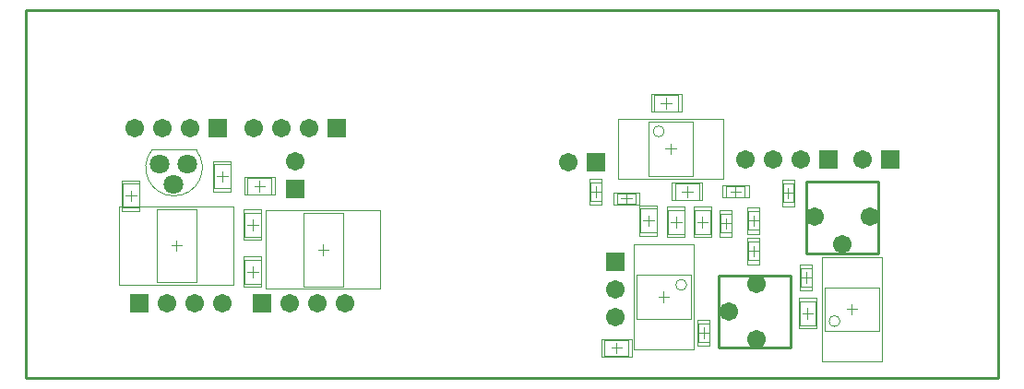
<source format=gbs>
G04 Layer_Color=16711935*
%FSLAX25Y25*%
%MOIN*%
G70*
G01*
G75*
%ADD18C,0.01000*%
%ADD19C,0.00394*%
%ADD20C,0.00197*%
%ADD36R,0.06706X0.06706*%
%ADD37C,0.06706*%
%ADD38R,0.06706X0.06706*%
%ADD39C,0.07099*%
D18*
X593000Y134000D02*
X619000D01*
X593000Y108000D02*
Y134000D01*
Y108000D02*
X618992D01*
Y133992D01*
X624500Y142000D02*
Y168000D01*
Y142000D02*
X650500D01*
Y167992D01*
X624508D02*
X650500D01*
X342500Y97000D02*
X429000D01*
X342500Y230000D02*
X694000D01*
Y97000D02*
Y230000D01*
X429000Y97000D02*
X694000D01*
X342500D02*
Y230000D01*
D19*
X388000Y179500D02*
G03*
X404133Y179500I8066J-6302D01*
G01*
X387934Y179799D02*
X404066D01*
X573138Y186299D02*
G03*
X573138Y186299I-1969J0D01*
G01*
X581268Y130831D02*
G03*
X581268Y130831I-1969J0D01*
G01*
X636669Y117669D02*
G03*
X636669Y117669I-1969J0D01*
G01*
X457283Y130311D02*
Y156689D01*
X442717Y130311D02*
Y156689D01*
Y130311D02*
X457283D01*
X442717Y156689D02*
X457283D01*
X404283Y131811D02*
Y158189D01*
X389717Y131811D02*
Y158189D01*
Y131811D02*
X404283D01*
X389717Y158189D02*
X404283D01*
X431331Y163646D02*
Y169354D01*
X422669Y163646D02*
Y169354D01*
Y163646D02*
X431331D01*
X422669Y169354D02*
X431331D01*
X410646Y174331D02*
X416354D01*
X410646Y165669D02*
X416354D01*
Y174331D01*
X410646Y165669D02*
Y174331D01*
X377646Y167331D02*
X383354D01*
X377646Y158669D02*
X383354D01*
Y167331D01*
X377646Y158669D02*
Y167331D01*
X421646Y139831D02*
X427354D01*
X421646Y131169D02*
X427354D01*
Y139831D01*
X421646Y131169D02*
Y139831D01*
Y156831D02*
X427354D01*
X421646Y148169D02*
X427354D01*
Y156831D01*
X421646Y148169D02*
Y156831D01*
X622146Y124831D02*
X627854D01*
X622146Y116169D02*
X627854D01*
Y124831D01*
X622146Y116169D02*
Y124831D01*
X551669Y105146D02*
Y110854D01*
X560331Y105146D02*
Y110854D01*
X551669D02*
X560331D01*
X551669Y105146D02*
X560331D01*
X569569Y193646D02*
Y199354D01*
X578231Y193646D02*
Y199354D01*
X569569D02*
X578231D01*
X569569Y193646D02*
X578231D01*
X589854Y149169D02*
Y157831D01*
X584146Y149169D02*
Y157831D01*
X589854D01*
X584146Y149169D02*
X589854D01*
X546630Y167846D02*
X550370D01*
X546630Y161154D02*
X550370D01*
Y167846D01*
X546630Y161154D02*
Y167846D01*
X574646Y149169D02*
Y157831D01*
X580354Y149169D02*
Y157831D01*
X574646Y149169D02*
X580354D01*
X574646Y157831D02*
X580354D01*
X577169Y161646D02*
X585831D01*
X577169Y167354D02*
X585831D01*
Y161646D02*
Y167354D01*
X577169Y161646D02*
Y167354D01*
X564646Y149669D02*
Y158331D01*
X570354Y149669D02*
Y158331D01*
X564646Y149669D02*
X570354D01*
X564646Y158331D02*
X570354D01*
X567626Y170157D02*
Y189843D01*
X583374Y170157D02*
Y189843D01*
X567626D02*
X583374D01*
X567626Y170157D02*
X583374D01*
X563157Y134374D02*
X582843D01*
X563157Y118626D02*
X582843D01*
Y134374D01*
X563157Y118626D02*
Y134374D01*
X631157Y114126D02*
X650843D01*
X631157Y129874D02*
X650843D01*
X631157Y114126D02*
Y129874D01*
X650843Y114126D02*
Y129874D01*
X593630Y149654D02*
X597370D01*
X593630Y156346D02*
X597370D01*
X593630Y149654D02*
Y156346D01*
X597370Y149654D02*
Y156346D01*
X562846Y160130D02*
Y163870D01*
X556154Y160130D02*
Y163870D01*
Y160130D02*
X562846D01*
X556154Y163870D02*
X562846D01*
X595654Y162630D02*
Y166370D01*
X602346Y162630D02*
Y166370D01*
X595654D02*
X602346D01*
X595654Y162630D02*
X602346D01*
X603630Y146346D02*
X607370D01*
X603630Y139654D02*
X607370D01*
Y146346D01*
X603630Y139654D02*
Y146346D01*
X616130Y167346D02*
X619870D01*
X616130Y160654D02*
X619870D01*
Y167346D01*
X616130Y160654D02*
Y167346D01*
X585630Y116846D02*
X589370D01*
X585630Y110154D02*
X589370D01*
Y116846D01*
X585630Y110154D02*
Y116846D01*
X603630Y157346D02*
X607370D01*
X603630Y150654D02*
X607370D01*
Y157346D01*
X603630Y150654D02*
Y157346D01*
X622630Y130154D02*
X626370D01*
X622630Y136846D02*
X626370D01*
X622630Y130154D02*
Y136846D01*
X626370Y130154D02*
Y136846D01*
X448031Y143500D02*
X451968D01*
X450000Y141531D02*
Y145469D01*
X395031Y145000D02*
X398968D01*
X397000Y143031D02*
Y146969D01*
X432512Y163350D02*
Y169650D01*
X421488Y163350D02*
Y169650D01*
Y163350D02*
X432512D01*
X421488Y169650D02*
X432512D01*
X425031Y166500D02*
X428968D01*
X427000Y164531D02*
Y168468D01*
X410350Y175512D02*
X416650D01*
X410350Y164488D02*
X416650D01*
Y175512D01*
X410350Y164488D02*
Y175512D01*
X413500Y168031D02*
Y171968D01*
X411532Y170000D02*
X415469D01*
X377350Y168512D02*
X383650D01*
X377350Y157488D02*
X383650D01*
Y168512D01*
X377350Y157488D02*
Y168512D01*
X380500Y161031D02*
Y164968D01*
X378532Y163000D02*
X382469D01*
X421350Y141012D02*
X427650D01*
X421350Y129988D02*
X427650D01*
Y141012D01*
X421350Y129988D02*
Y141012D01*
X424500Y133531D02*
Y137468D01*
X422532Y135500D02*
X426469D01*
X421350Y158012D02*
X427650D01*
X421350Y146988D02*
X427650D01*
Y158012D01*
X421350Y146988D02*
Y158012D01*
X424500Y150531D02*
Y154468D01*
X422532Y152500D02*
X426469D01*
X621850Y126012D02*
X628150D01*
X621850Y114988D02*
X628150D01*
Y126012D01*
X621850Y114988D02*
Y126012D01*
X625000Y118531D02*
Y122468D01*
X623032Y120500D02*
X626969D01*
X550488Y104850D02*
Y111150D01*
X561512Y104850D02*
Y111150D01*
X550488D02*
X561512D01*
X550488Y104850D02*
X561512D01*
X554032Y108000D02*
X557969D01*
X556000Y106032D02*
Y109969D01*
X568388Y193350D02*
Y199650D01*
X579412Y193350D02*
Y199650D01*
X568388D02*
X579412D01*
X568388Y193350D02*
X579412D01*
X571932Y196500D02*
X575869D01*
X573900Y194532D02*
Y198469D01*
X585031Y153500D02*
X588968D01*
X587000Y151532D02*
Y155469D01*
X590150Y147988D02*
Y159012D01*
X583850Y147988D02*
Y159012D01*
X590150D01*
X583850Y147988D02*
X590150D01*
X546335Y169224D02*
X550665D01*
X546335Y159776D02*
X550665D01*
Y169224D01*
X546335Y159776D02*
Y169224D01*
X548500Y162630D02*
Y166370D01*
X546630Y164500D02*
X550370D01*
X575532Y153500D02*
X579469D01*
X577500Y151531D02*
Y155468D01*
X574350Y147988D02*
Y159012D01*
X580650Y147988D02*
Y159012D01*
X574350Y147988D02*
X580650D01*
X574350Y159012D02*
X580650D01*
X581500Y162532D02*
Y166469D01*
X579532Y164500D02*
X583469D01*
X575988Y161350D02*
X587012D01*
X575988Y167650D02*
X587012D01*
Y161350D02*
Y167650D01*
X575988Y161350D02*
Y167650D01*
X565532Y154000D02*
X569469D01*
X567500Y152031D02*
Y155968D01*
X564350Y148488D02*
Y159512D01*
X570650Y148488D02*
Y159512D01*
X564350Y148488D02*
X570650D01*
X564350Y159512D02*
X570650D01*
X573532Y180000D02*
X577469D01*
X575500Y178031D02*
Y181968D01*
X573000Y124531D02*
Y128468D01*
X571032Y126500D02*
X574969D01*
X641000Y120031D02*
Y123968D01*
X639031Y122000D02*
X642968D01*
X593335Y148276D02*
X597665D01*
X593335Y157724D02*
X597665D01*
X593335Y148276D02*
Y157724D01*
X597665Y148276D02*
Y157724D01*
X595500Y151130D02*
Y154870D01*
X593630Y153000D02*
X597370D01*
X564224Y159835D02*
Y164165D01*
X554776Y159835D02*
Y164165D01*
Y159835D02*
X564224D01*
X554776Y164165D02*
X564224D01*
X557630Y162000D02*
X561370D01*
X559500Y160130D02*
Y163870D01*
X594276Y162335D02*
Y166665D01*
X603724Y162335D02*
Y166665D01*
X594276D02*
X603724D01*
X594276Y162335D02*
X603724D01*
X597130Y164500D02*
X600870D01*
X599000Y162630D02*
Y166370D01*
X603335Y147724D02*
X607665D01*
X603335Y138276D02*
X607665D01*
Y147724D01*
X603335Y138276D02*
Y147724D01*
X605500Y141130D02*
Y144870D01*
X603630Y143000D02*
X607370D01*
X615835Y168724D02*
X620165D01*
X615835Y159276D02*
X620165D01*
Y168724D01*
X615835Y159276D02*
Y168724D01*
X618000Y162130D02*
Y165870D01*
X616130Y164000D02*
X619870D01*
X585335Y118224D02*
X589665D01*
X585335Y108776D02*
X589665D01*
Y118224D01*
X585335Y108776D02*
Y118224D01*
X587500Y111630D02*
Y115370D01*
X585630Y113500D02*
X589370D01*
X603335Y158724D02*
X607665D01*
X603335Y149276D02*
X607665D01*
Y158724D01*
X603335Y149276D02*
Y158724D01*
X605500Y152130D02*
Y155870D01*
X603630Y154000D02*
X607370D01*
X622335Y128776D02*
X626665D01*
X622335Y138224D02*
X626665D01*
X622335Y128776D02*
Y138224D01*
X626665Y128776D02*
Y138224D01*
X624500Y131630D02*
Y135370D01*
X622630Y133500D02*
X626370D01*
D20*
X470669Y129327D02*
Y157673D01*
X429331Y129327D02*
Y157673D01*
Y129327D02*
X470669D01*
X429331Y157673D02*
X470669D01*
X417669Y130827D02*
Y159173D01*
X376331Y130827D02*
Y159173D01*
Y130827D02*
X417669D01*
X376331Y159173D02*
X417669D01*
X556602Y169173D02*
Y190827D01*
X594398Y169173D02*
Y190827D01*
X556602D02*
X594398D01*
X556602Y169173D02*
X594398D01*
X562173Y145398D02*
X583827D01*
X562173Y107602D02*
X583827D01*
Y145398D01*
X562173Y107602D02*
Y145398D01*
X630173Y103102D02*
X651827D01*
X630173Y140898D02*
X651827D01*
X630173Y103102D02*
Y140898D01*
X651827Y103102D02*
Y140898D01*
D36*
X455000Y187500D02*
D03*
X383500Y124000D02*
D03*
X412000Y187500D02*
D03*
X428000Y124000D02*
D03*
X632500Y176000D02*
D03*
X548500Y175000D02*
D03*
X655000Y176000D02*
D03*
D37*
X445000Y187500D02*
D03*
X435000D02*
D03*
X425000D02*
D03*
X393500Y124000D02*
D03*
X403500D02*
D03*
X413500D02*
D03*
X402000Y187500D02*
D03*
X392000D02*
D03*
X382000D02*
D03*
X438000Y124000D02*
D03*
X448000D02*
D03*
X458000D02*
D03*
X440000Y175500D02*
D03*
X602500Y176000D02*
D03*
X612500D02*
D03*
X622500D02*
D03*
X538500Y175000D02*
D03*
X645000Y176000D02*
D03*
X606500Y111000D02*
D03*
X596500Y121000D02*
D03*
X606500Y131000D02*
D03*
X647500Y155500D02*
D03*
X637500Y145500D02*
D03*
X627500Y155500D02*
D03*
X555500Y129000D02*
D03*
Y119000D02*
D03*
D38*
X440000Y165500D02*
D03*
X555500Y139000D02*
D03*
D39*
X401000Y174500D02*
D03*
X396000Y167000D02*
D03*
X391000Y174500D02*
D03*
M02*

</source>
